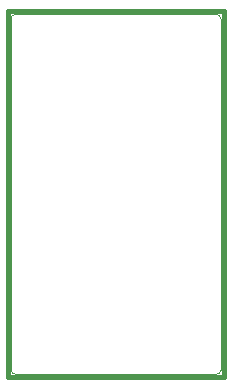
<source format=gm1>
%FSLAX23Y23*%
%MOIN*%
G70*
G01*
G75*
G04 Layer_Color=16711935*
%ADD10C,0.059*%
%ADD11R,0.059X0.059*%
%ADD12C,0.024*%
%ADD13C,0.008*%
%ADD14C,0.067*%
%ADD15R,0.067X0.067*%
%ADD16C,0.028*%
%ADD17C,0.012*%
%ADD18C,0.006*%
%ADD19C,0.002*%
%ADD20C,0.016*%
D19*
X695Y25D02*
G03*
X710Y40I0J15D01*
G01*
X10D02*
G03*
X25Y25I15J0D01*
G01*
Y1225D02*
G03*
X10Y1210I0J-15D01*
G01*
X710D02*
G03*
X695Y1225I-15J0D01*
G01*
X25Y25D02*
X695D01*
X10Y40D02*
Y1210D01*
X25Y1225D02*
X695D01*
X710Y40D02*
Y1210D01*
D20*
X0Y1235D02*
X721D01*
Y15D02*
Y1235D01*
X0Y15D02*
Y1235D01*
Y15D02*
X721D01*
M02*

</source>
